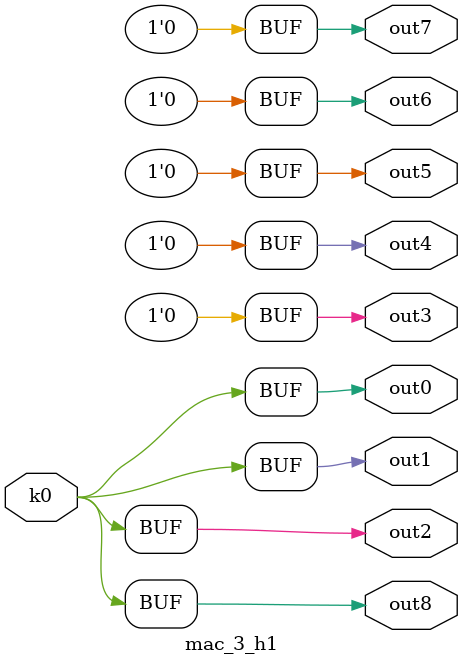
<source format=v>
module mac_3(pi0, pi1, pi2, pi3, pi4, pi5, pi6, pi7, pi8, po0, po1, po2, po3, po4, po5, po6, po7, po8);
input pi0, pi1, pi2, pi3, pi4, pi5, pi6, pi7, pi8;
output po0, po1, po2, po3, po4, po5, po6, po7, po8;
wire k0;
mac_3_w1 DUT1 (pi0, pi1, pi2, pi3, pi4, pi5, pi6, pi7, pi8, k0);
mac_3_h1 DUT2 (k0, po0, po1, po2, po3, po4, po5, po6, po7, po8);
endmodule

module mac_3_w1(in8, in7, in6, in5, in4, in3, in2, in1, in0, k0);
input in8, in7, in6, in5, in4, in3, in2, in1, in0;
output k0;
assign k0 =   in8;
endmodule

module mac_3_h1(k0, out8, out7, out6, out5, out4, out3, out2, out1, out0);
input k0;
output out8, out7, out6, out5, out4, out3, out2, out1, out0;
assign out0 = k0;
assign out1 = k0;
assign out2 = k0;
assign out3 = 0;
assign out4 = 0;
assign out5 = 0;
assign out6 = 0;
assign out7 = 0;
assign out8 = k0;
endmodule

</source>
